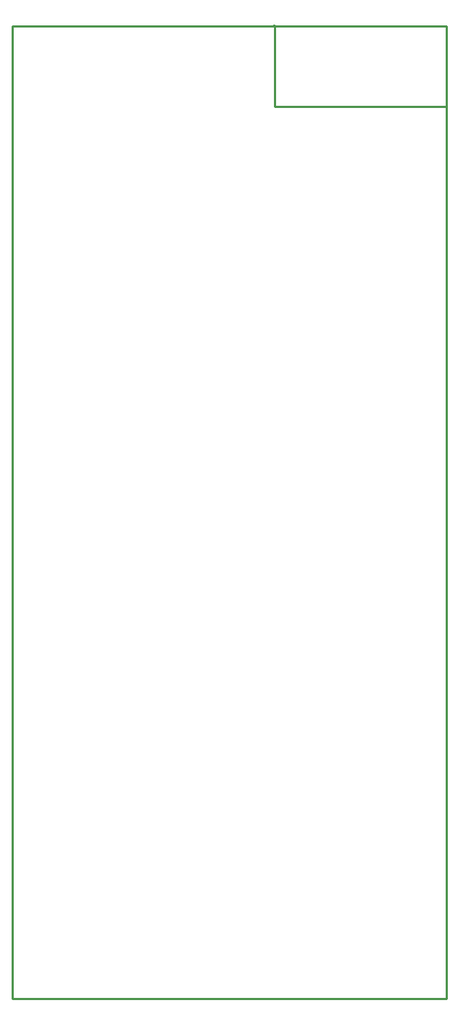
<source format=gko>
%FSLAX25Y25*%
%MOIN*%
G70*
G01*
G75*
G04 Layer_Color=16711935*
%ADD10R,0.03937X0.05906*%
%ADD11C,0.01000*%
%ADD12C,0.03000*%
%ADD13C,0.04724*%
%ADD14R,0.04724X0.04724*%
%ADD15C,0.12000*%
G04:AMPARAMS|DCode=16|XSize=82.68mil|YSize=82.68mil|CornerRadius=0mil|HoleSize=0mil|Usage=FLASHONLY|Rotation=90.000|XOffset=0mil|YOffset=0mil|HoleType=Round|Shape=Octagon|*
%AMOCTAGOND16*
4,1,8,0.02067,0.04134,-0.02067,0.04134,-0.04134,0.02067,-0.04134,-0.02067,-0.02067,-0.04134,0.02067,-0.04134,0.04134,-0.02067,0.04134,0.02067,0.02067,0.04134,0.0*
%
%ADD16OCTAGOND16*%

%ADD17C,0.03937*%
%ADD18C,0.05000*%
%ADD19C,0.00500*%
%ADD20C,0.00600*%
%ADD21R,0.04737X0.06706*%
%ADD22C,0.05524*%
%ADD23R,0.05524X0.05524*%
%ADD24C,0.12800*%
G04:AMPARAMS|DCode=25|XSize=90.68mil|YSize=90.68mil|CornerRadius=0mil|HoleSize=0mil|Usage=FLASHONLY|Rotation=90.000|XOffset=0mil|YOffset=0mil|HoleType=Round|Shape=Octagon|*
%AMOCTAGOND25*
4,1,8,0.02267,0.04534,-0.02267,0.04534,-0.04534,0.02267,-0.04534,-0.02267,-0.02267,-0.04534,0.02267,-0.04534,0.04534,-0.02267,0.04534,0.02267,0.02267,0.04534,0.0*
%
%ADD25OCTAGOND25*%

%ADD26C,0.04737*%
%ADD27C,0.05800*%
%ADD28C,0.00787*%
D11*
X120952Y410374D02*
X199573D01*
X120952D02*
Y447509D01*
X120272D02*
X120952D01*
X0Y0D02*
X199702D01*
Y447345D01*
X0D02*
X199702D01*
X0Y0D02*
Y447345D01*
M02*

</source>
